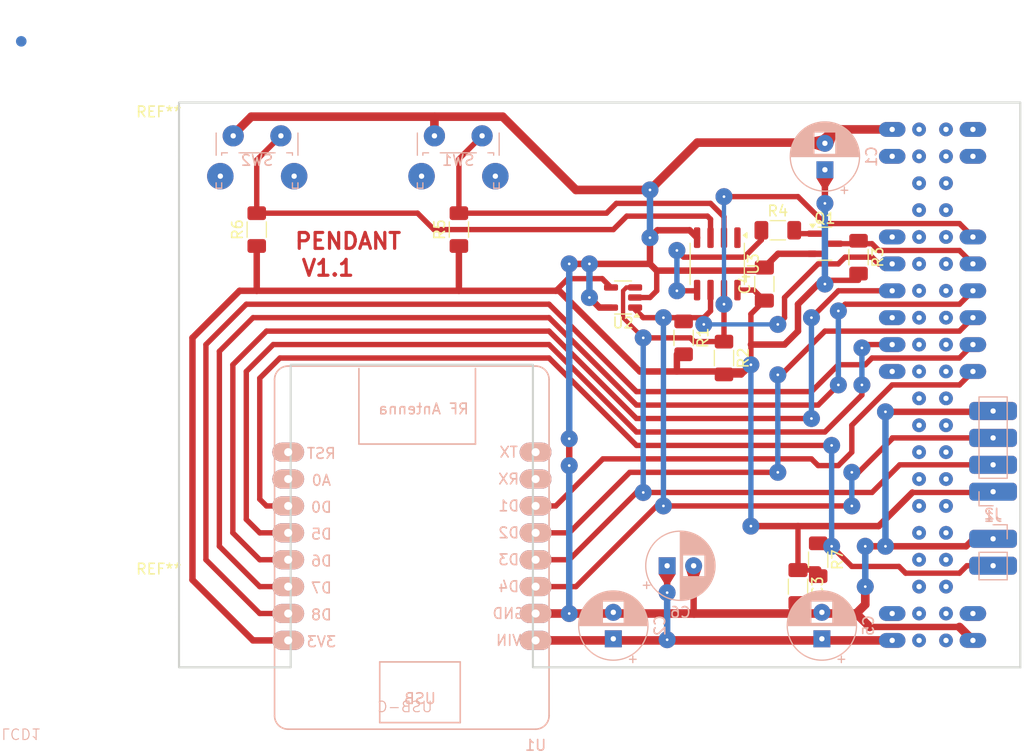
<source format=kicad_pcb>
(kicad_pcb (version 20240108) (generator "pcbnew") (generator_version "8.0")
  (layers (0 "F.Cu" jumper) (31 "B.Cu" signal) (34 "B.Paste" user) (36 "B.SilkS" user "B.Silkscreen") (37 "F.SilkS" user "F.Silkscreen") (38 "B.Mask" user) (44 "Edge.Cuts" user))
  (net 0 "")
  (net 6 "Net-(LCD1-LCD_CS)")
  (net 7 "Net-(LCD1-RST)")
  (net 8 "GNDD")
  (net 9 "Net-(LCD1-LCD_DC)")
  (net 10 "Net-(LCD1-LCD_CLK)")
  (net 11 "Net-(LCD1-LCD_SDO)")
  (net 12 "Net-(LCD1-LCD_SDI)")
  (net 13 "Net-(LCD1-LCD_BACKL)")
  (net 14 "Net-(Q1-G)")
  (net 16 "Net-(J2-Pin_2)")
  (net 17 "Net-(U3-IO3)")
  (net 18 "/VCC_3_3")
  (net 19 "/VIN")
  (net 20 "/SCL")
  (net 21 "/SDA")
  (net 22 "Net-(U3-IO2)")
  (net 24 "Net-(U3-IO1)")
  (footprint "Capacitor_SMD:C_1206_3216Metric_Pad1.33x1.80mm_HandSolder" (layer "F.Cu") (at 112.395 67.945 90)
    (property "Reference" "C4" (at 0 -1.85 90) (layer "F.SilkS"))
    (property "Value" "100n")
    (pad "1" smd roundrect (at -1.5625 0 90) (size 1.325 1.8) (layers "F.Cu" "F.Paste" "F.Mask") (roundrect_rratio 0.188679) (net 18 "/VCC_3_3"))
    (pad "2" smd roundrect (at 1.5625 0 90) (size 1.325 1.8) (layers "F.Cu" "F.Paste" "F.Mask") (roundrect_rratio 0.188679) (net 8 "GNDD"))
  )
  (footprint "Resistor_SMD:R_1206_3216Metric_Pad1.30x1.75mm_HandSolder" (layer "F.Cu") (at 117.475 93.98 -90)
    (property "Reference" "R7" (at 0 -1.82 90) (layer "F.SilkS"))
    (property "Value" "1k")
    (pad "1" smd roundrect (at -1.55 0 270) (size 1.3 1.75) (layers "F.Cu" "F.Paste" "F.Mask") (roundrect_rratio 0.192308) (net 16 "Net-(J2-Pin_2)"))
    (pad "2" smd roundrect (at 1.55 0 270) (size 1.3 1.75) (layers "F.Cu" "F.Paste" "F.Mask") (roundrect_rratio 0.192308) (net 18 "/VCC_3_3"))
  )
  (footprint "MountingHole:MountingHole_3.2mm_M3" (layer "F.Cu") (at 55.245 55.88)
    (property "Reference" "REF**" (at 0 -4.2 0) (layer "F.SilkS"))
    (property "Value" "MountingHole_3.2mm_M3")
    (pad "" np_thru_hole circle (at 0 0) (size 3.2 3.2) (drill 3.2) (layers "*.Cu" "*.Mask"))
  )
  (footprint "Resistor_SMD:R_1206_3216Metric_Pad1.30x1.75mm_HandSolder" (layer "F.Cu") (at 121.285 65.405 -90)
    (property "Reference" "R3" (at 0 -1.82 90) (layer "F.SilkS"))
    (property "Value" "1k")
    (pad "1" smd roundrect (at -1.55 0 270) (size 1.3 1.75) (layers "F.Cu" "F.Paste" "F.Mask") (roundrect_rratio 0.192308) (net 13 "Net-(LCD1-LCD_BACKL)"))
    (pad "2" smd roundrect (at 1.55 0 270) (size 1.3 1.75) (layers "F.Cu" "F.Paste" "F.Mask") (roundrect_rratio 0.192308) (net 18 "/VCC_3_3"))
  )
  (footprint "Package_SO:SOIC-8_3.9x4.9mm_P1.27mm" (layer "F.Cu") (at 107.95 66.04 -90)
    (property "Reference" "U3" (at 0 -3.4 90) (layer "F.SilkS"))
    (property "Value" "PCA9536D")
    (pad "1" smd roundrect (at -2.475 -1.905 270) (size 1.95 0.6) (layers "F.Cu" "F.Paste" "F.Mask"))
    (pad "2" smd roundrect (at -2.475 -0.635 270) (size 1.95 0.6) (layers "F.Cu" "F.Paste" "F.Mask") (net 24 "Net-(U3-IO1)"))
    (pad "3" smd roundrect (at -2.475 0.635 270) (size 1.95 0.6) (layers "F.Cu" "F.Paste" "F.Mask") (net 22 "Net-(U3-IO2)"))
    (pad "4" smd roundrect (at -2.475 1.905 270) (size 1.95 0.6) (layers "F.Cu" "F.Paste" "F.Mask") (net 8 "GNDD"))
    (pad "5" smd roundrect (at 2.475 1.905 270) (size 1.95 0.6) (layers "F.Cu" "F.Paste" "F.Mask") (net 17 "Net-(U3-IO3)"))
    (pad "6" smd roundrect (at 2.475 0.635 270) (size 1.95 0.6) (layers "F.Cu" "F.Paste" "F.Mask") (net 20 "/SCL"))
    (pad "7" smd roundrect (at 2.475 -0.635 270) (size 1.95 0.6) (layers "F.Cu" "F.Paste" "F.Mask") (net 21 "/SDA"))
    (pad "8" smd roundrect (at 2.475 -1.905 270) (size 1.95 0.6) (layers "F.Cu" "F.Paste" "F.Mask") (net 18 "/VCC_3_3"))
  )
  (footprint "Resistor_SMD:R_1206_3216Metric_Pad1.30x1.75mm_HandSolder" (layer "F.Cu") (at 113.665 62.865)
    (property "Reference" "R4" (at 0 -1.82 0) (layer "F.SilkS"))
    (property "Value" "180")
    (pad "1" smd roundrect (at -1.55 0) (size 1.3 1.75) (layers "F.Cu" "F.Paste" "F.Mask") (roundrect_rratio 0.192308) (net 17 "Net-(U3-IO3)"))
    (pad "2" smd roundrect (at 1.55 0) (size 1.3 1.75) (layers "F.Cu" "F.Paste" "F.Mask") (roundrect_rratio 0.192308) (net 14 "Net-(Q1-G)"))
  )
  (footprint "Capacitor_SMD:C_1206_3216Metric_Pad1.33x1.80mm_HandSolder" (layer "F.Cu") (at 115.57 96.52 -90)
    (property "Reference" "C3" (at 0 -1.85 90) (layer "F.SilkS"))
    (property "Value" "100n")
    (pad "1" smd roundrect (at -1.5625 0 270) (size 1.325 1.8) (layers "F.Cu" "F.Paste" "F.Mask") (roundrect_rratio 0.188679) (net 18 "/VCC_3_3"))
    (pad "2" smd roundrect (at 1.5625 0 270) (size 1.325 1.8) (layers "F.Cu" "F.Paste" "F.Mask") (roundrect_rratio 0.188679) (net 8 "GNDD"))
  )
  (footprint "Resistor_SMD:R_1206_3216Metric_Pad1.30x1.75mm_HandSolder" (layer "F.Cu") (at 83.566 62.8 90)
    (property "Reference" "R5" (at 0 -1.82 90) (layer "F.SilkS"))
    (property "Value" "1k")
    (pad "1" smd roundrect (at -1.55 0 90) (size 1.3 1.75) (layers "F.Cu" "F.Paste" "F.Mask") (roundrect_rratio 0.192308) (net 18 "/VCC_3_3"))
    (pad "2" smd roundrect (at 1.55 0 90) (size 1.3 1.75) (layers "F.Cu" "F.Paste" "F.Mask") (roundrect_rratio 0.192308) (net 24 "Net-(U3-IO1)"))
  )
  (footprint "Resistor_SMD:R_1206_3216Metric_Pad1.30x1.75mm_HandSolder" (layer "F.Cu") (at 108.585 74.93 -90)
    (property "Reference" "R2" (at 0 -1.82 90) (layer "F.SilkS"))
    (property "Value" "10k")
    (pad "1" smd roundrect (at -1.55 0 270) (size 1.3 1.75) (layers "F.Cu" "F.Paste" "F.Mask") (roundrect_rratio 0.192308) (net 21 "/SDA"))
    (pad "2" smd roundrect (at 1.55 0 270) (size 1.3 1.75) (layers "F.Cu" "F.Paste" "F.Mask") (roundrect_rratio 0.192308) (net 18 "/VCC_3_3"))
  )
  (footprint "Resistor_SMD:R_1206_3216Metric_Pad1.30x1.75mm_HandSolder" (layer "F.Cu") (at 104.775 73.025 -90)
    (property "Reference" "R1" (at 0 -1.82 90) (layer "F.SilkS"))
    (property "Value" "10k")
    (pad "1" smd roundrect (at -1.55 0 270) (size 1.3 1.75) (layers "F.Cu" "F.Paste" "F.Mask") (roundrect_rratio 0.192308) (net 20 "/SCL"))
    (pad "2" smd roundrect (at 1.55 0 270) (size 1.3 1.75) (layers "F.Cu" "F.Paste" "F.Mask") (roundrect_rratio 0.192308) (net 18 "/VCC_3_3"))
  )
  (footprint "Resistor_SMD:R_1206_3216Metric_Pad1.30x1.75mm_HandSolder" (layer "F.Cu") (at 64.485 62.8 90)
    (property "Reference" "R6" (at 0 -1.82 90) (layer "F.SilkS"))
    (property "Value" "1k")
    (pad "1" smd roundrect (at -1.55 0 90) (size 1.3 1.75) (layers "F.Cu" "F.Paste" "F.Mask") (roundrect_rratio 0.192308) (net 18 "/VCC_3_3"))
    (pad "2" smd roundrect (at 1.55 0 90) (size 1.3 1.75) (layers "F.Cu" "F.Paste" "F.Mask") (roundrect_rratio 0.192308) (net 22 "Net-(U3-IO2)"))
  )
  (footprint "MountingHole:MountingHole_3.2mm_M3" (layer "F.Cu") (at 55.245 99.06)
    (property "Reference" "REF**" (at 0 -4.2 0) (layer "F.SilkS"))
    (property "Value" "MountingHole_3.2mm_M3")
    (pad "" np_thru_hole circle (at 0 0) (size 3.2 3.2) (drill 3.2) (layers "*.Cu" "*.Mask"))
  )
  (footprint "Package_TO_SOT_SMD:SOT-23-5" (layer "F.Cu") (at 99.06 69.215 180)
    (property "Reference" "U2" (at 0 -2.4 0) (layer "F.SilkS"))
    (property "Value" "24AA02-OT")
    (pad "1" smd roundrect (at -1.1375 -0.95 180) (size 1.325 0.6) (layers "F.Cu" "F.Paste" "F.Mask") (net 20 "/SCL"))
    (pad "2" smd roundrect (at -1.1375 0 180) (size 1.325 0.6) (layers "F.Cu" "F.Paste" "F.Mask") (net 8 "GNDD"))
    (pad "3" smd roundrect (at -1.1375 0.95 180) (size 1.325 0.6) (layers "F.Cu" "F.Paste" "F.Mask") (net 21 "/SDA"))
    (pad "4" smd roundrect (at 1.1375 0.95 180) (size 1.325 0.6) (layers "F.Cu" "F.Paste" "F.Mask") (net 18 "/VCC_3_3"))
    (pad "5" smd roundrect (at 1.1375 -0.95 180) (size 1.325 0.6) (layers "F.Cu" "F.Paste" "F.Mask") (net 8 "GNDD"))
  )
  (footprint "Package_TO_SOT_SMD:SOT-23" (layer "F.Cu") (at 118.11 64.135)
    (property "Reference" "Q1" (at 0 -2.4 0) (layer "F.SilkS"))
    (property "Value" "DMN3051L")
    (pad "1" smd roundrect (at -0.9375 -0.95) (size 1.475 0.6) (layers "F.Cu" "F.Paste" "F.Mask") (net 14 "Net-(Q1-G)"))
    (pad "2" smd roundrect (at -0.9375 0.95) (size 1.475 0.6) (layers "F.Cu" "F.Paste" "F.Mask") (net 8 "GNDD"))
    (pad "3" smd roundrect (at 0.9375 0) (size 1.475 0.6) (layers "F.Cu" "F.Paste" "F.Mask") (net 13 "Net-(LCD1-LCD_BACKL)"))
  )
  (footprint "Capacitor_THT:CP_Radial_D6.3mm_P2.50mm" (layer "B.Cu") (at 98.14 101.44738 90)
    (property "Reference" "C2" (at 1.25 4.4 90) (layer "B.SilkS") (effects (justify mirror)))
    (property "Value" "100uF")
    (pad "1" thru_hole rect (at 0 0 90) (size 1.6 1.6) (drill 0.5) (layers "*.Cu" "*.Mask") (net 19 "/VIN"))
    (pad "2" thru_hole circle (at 2.5 0 90) (size 1.6 1.6) (drill 0.5) (layers "*.Cu" "*.Mask") (net 8 "GNDD"))
  )
  (footprint "Capacitor_THT:CP_Radial_D6.3mm_P2.50mm" (layer "B.Cu") (at 118.11 57.15 90)
    (property "Reference" "C1" (at 1.25 4.4 90) (layer "B.SilkS") (effects (justify mirror)))
    (property "Value" "100uF")
    (pad "1" thru_hole rect (at 0 0 90) (size 1.6 1.6) (drill 0.5) (layers "*.Cu" "*.Mask") (net 18 "/VCC_3_3"))
    (pad "2" thru_hole circle (at 2.5 0 90) (size 1.6 1.6) (drill 0.5) (layers "*.Cu" "*.Mask") (net 8 "GNDD"))
  )
  (footprint "Capacitor_THT:CP_Radial_D6.3mm_P2.50mm" (layer "B.Cu") (at 103.22 94.55)
    (property "Reference" "C6" (at 1.25 4.4 360) (layer "B.SilkS") (effects (justify mirror)))
    (property "Value" "100uF")
    (pad "1" thru_hole rect (at 0 0) (size 1.6 1.6) (drill 0.5) (layers "*.Cu" "*.Mask") (net 19 "/VIN"))
    (pad "2" thru_hole circle (at 2.5 0) (size 1.6 1.6) (drill 0.5) (layers "*.Cu" "*.Mask") (net 8 "GNDD"))
  )
  (footprint "pendant:NodeMCU_D1_Mini" (layer "B.Cu") (at 90.805 83.82 180)
    (property "Reference" "U1" (at 0 -27.686 0) (layer "B.SilkS") (effects (justify mirror)))
    (property "Value" "~")
    (fp_text user "D7" (at 20.221919 -12.823405 0) (layer "B.SilkS") (effects (justify mirror)))
    (fp_text user "A0" (at 20.221919 -2.663405 0) (layer "B.SilkS") (effects (justify mirror)))
    (fp_text user "USB" (at 10.912 -23.272 0) (layer "B.SilkS") (effects (justify mirror)))
    (fp_text user "GND" (at 2.54 -15.24 0) (layer "B.SilkS") (effects (justify mirror)))
    (fp_text user "RST" (at 20.221919 -0.123405 0) (layer "B.SilkS") (effects (justify mirror)))
    (fp_text user "D2" (at 2.54 -7.62 0) (layer "B.SilkS") (effects (justify mirror)))
    (fp_text user "D4" (at 2.54 -12.7 0) (layer "B.SilkS") (effects (justify mirror)))
    (fp_text user "3V3" (at 20.221919 -17.903405 0) (layer "B.SilkS") (effects (justify mirror)))
    (fp_text user "D6" (at 20.221919 -10.283405 0) (layer "B.SilkS") (effects (justify mirror)))
    (fp_text user "D3" (at 2.54 -10.16 0) (layer "B.SilkS") (effects (justify mirror)))
    (fp_text user "D0" (at 20.221919 -5.203405 0) (layer "B.SilkS") (effects (justify mirror)))
    (fp_text user "VIN" (at 2.54 -17.78 0) (layer "B.SilkS") (effects (justify mirror)))
    (fp_text user "USB-C" (at 9.652 -24.638 0) (layer "B.SilkS") (effects (font (thickness 0.1)) (justify left bottom mirror)))
    (fp_text user "TX" (at 2.54 0 0) (layer "B.SilkS") (effects (justify mirror)))
    (fp_text user "D5" (at 20.221919 -7.743405 0) (layer "B.SilkS") (effects (justify mirror)))
    (fp_text user "D1" (at 2.54 -5.08 0) (layer "B.SilkS") (effects (justify mirror)))
    (fp_text user "RX" (at 2.54 -2.54 0) (layer "B.SilkS") (effects (justify mirror)))
    (fp_text user "RF Antenna" (at 10.58 4.082 0) (layer "B.SilkS") (effects (justify mirror)))
    (fp_text user "D8" (at 20.221919 -15.363405 0) (layer "B.SilkS") (effects (justify mirror)))
    (pad "2" thru_hole oval (at 0 -15.24 180) (size 3 1.8) (drill 0.762) (layers "*.Cu" "*.Mask" "B.SilkS") (net 8 "GNDD"))
    (pad "3" thru_hole oval (at 0 0 180) (size 3 1.8) (drill 0.762) (layers "*.Cu" "*.Mask" "B.SilkS"))
    (pad "4" thru_hole oval (at 0 -2.54 180) (size 3 1.8) (drill 0.762) (layers "*.Cu" "*.Mask" "B.SilkS"))
    (pad "5" thru_hole oval (at 23.35 -15.24 180) (size 3 1.8) (drill 0.762) (layers "*.Cu" "*.Mask" "B.SilkS") (net 6 "Net-(LCD1-LCD_CS)"))
    (pad "6" thru_hole oval (at 23.35 -12.7 180) (size 3 1.8) (drill 0.762) (layers "*.Cu" "*.Mask" "B.SilkS") (net 12 "Net-(LCD1-LCD_SDI)"))
    (pad "7" thru_hole oval (at 23.35 -10.16 180) (size 3 1.8) (drill 0.762) (layers "*.Cu" "*.Mask" "B.SilkS") (net 11 "Net-(LCD1-LCD_SDO)"))
    (pad "8" thru_hole oval (at 23.35 -7.62 180) (size 3 1.8) (drill 0.762) (layers "*.Cu" "*.Mask" "B.SilkS") (net 10 "Net-(LCD1-LCD_CLK)"))
    (pad "11" thru_hole oval (at 0 -12.7 180) (size 3 1.8) (drill 0.762) (layers "*.Cu" "*.Mask" "B.SilkS") (net 20 "/SCL"))
    (pad "12" thru_hole oval (at 0 -10.16 180) (size 3 1.8) (drill 0.762) (layers "*.Cu" "*.Mask" "B.SilkS") (net 21 "/SDA"))
    (pad "13" thru_hole oval (at 0 -7.62 180) (size 3 1.8) (drill 0.762) (layers "*.Cu" "*.Mask" "B.SilkS") (net 9 "Net-(LCD1-LCD_DC)"))
    (pad "14" thru_hole oval (at 0 -5.08 180) (size 3 1.8) (drill 0.762) (layers "*.Cu" "*.Mask" "B.SilkS") (net 7 "Net-(LCD1-RST)"))
    (pad "15" thru_hole oval (at 23.35 -5.08 180) (size 3 1.8) (drill 0.762) (layers "*.Cu" "*.Mask" "B.SilkS") (net 16 "Net-(J2-Pin_2)"))
    (pad "16" thru_hole oval (at 23.35 -2.54 180) (size 3 1.8) (drill 0.762) (layers "*.Cu" "*.Mask" "B.SilkS"))
    (pad "26" thru_hole oval (at 23.35 -17.78 180) (size 3 1.8) (drill 0.762) (layers "*.Cu" "*.Mask" "B.SilkS") (net 18 "/VCC_3_3"))
    (pad "28" thru_hole oval (at 23.35 0 180) (size 3 1.8) (drill 0.762) (layers "*.Cu" "*.Mask" "B.SilkS"))
    (pad "30" thru_hole oval (at 0 -17.78 180) (size 3 1.8) (drill 0.762) (layers "*.Cu" "*.Mask" "B.SilkS") (net 19 "/VIN"))
  )
  (footprint "Connector_PinHeader_2.54mm:PinHeader_1x04_P2.54mm_Vertical" (layer "B.Cu") (at 133.985 87.555)
    (property "Reference" "J1" (at 0 2.33 0) (layer "B.SilkS") (effects (justify mirror)))
    (property "Value" "AS5600")
    (pad "1" thru_hole roundrect (at 0 0) (size 4.5 1.7) (drill 0.5) (layers "*.Cu" "*.Mask") (net 18 "/VCC_3_3"))
    (pad "2" thru_hole roundrect (at 0 -2.54) (size 4.5 1.7) (drill 0.5) (layers "*.Cu" "*.Mask") (net 21 "/SDA"))
    (pad "3" thru_hole roundrect (at 0 -5.08) (size 4.5 1.7) (drill 0.5) (layers "*.Cu" "*.Mask") (net 20 "/SCL"))
    (pad "4" thru_hole roundrect (at 0 -7.62) (size 4.5 1.7) (drill 0.5) (layers "*.Cu" "B.Paste" "B.Mask") (net 8 "GNDD"))
  )
  (footprint "pendant:SW_Tactile_SPST_Angled_PTS645Vx39-2LFS" (layer "B.Cu") (at 85.756112 54.58012 180)
    (property "Reference" "SW1" (at 2.25 -1.68 0) (layer "B.SilkS") (effects (justify mirror)))
    (property "Value" "SW_Push")
    (pad "" thru_hole circle (at -1.25 -3.175 180) (size 2.5 2.5) (drill 0.5) (layers "*.Cu" "*.Mask"))
    (pad "" thru_hole circle (at 5.715 -3.175 180) (size 2.5 2.5) (drill 0.5) (layers "*.Cu" "*.Mask"))
    (pad "1" thru_hole circle (at 0 0.635 180) (size 2 2) (drill 0.5) (layers "*.Cu" "*.Mask") (net 24 "Net-(U3-IO1)"))
    (pad "2" thru_hole circle (at 4.5 0.635 180) (size 2 2) (drill 0.5) (layers "*.Cu" "*.Mask") (net 8 "GNDD"))
  )
  (footprint "pendant:SW_Tactile_SPST_Angled_PTS645Vx39-2LFS" (layer "B.Cu") (at 66.76507 54.58012 180)
    (property "Reference" "SW2" (at 2.25 -1.68 0) (layer "B.SilkS") (effects (justify mirror)))
    (property "Value" "SW_Push")
    (pad "" thru_hole circle (at -1.25 -3.175 180) (size 2.5 2.5) (drill 0.5) (layers "*.Cu" "*.Mask"))
    (pad "" thru_hole circle (at 5.715 -3.175 180) (size 2.5 2.5) (drill 0.5) (layers "*.Cu" "*.Mask"))
    (pad "1" thru_hole circle (at 0 0.635 180) (size 2 2) (drill 0.5) (layers "*.Cu" "*.Mask") (net 22 "Net-(U3-IO2)"))
    (pad "2" thru_hole circle (at 4.5 0.635 180) (size 2 2) (drill 0.5) (layers "*.Cu" "*.Mask") (net 8 "GNDD"))
  )
  (footprint "Connector_PinHeader_2.54mm:PinHeader_1x02_P2.54mm_Vertical" (layer "B.Cu") (at 133.985 92.005 180)
    (property "Reference" "J2" (at 0 2.33 0) (layer "B.SilkS") (effects (justify mirror)))
    (property "Value" "Btn")
    (pad "1" thru_hole roundrect (at 0 0 180) (size 4.5 1.7) (drill 0.5) (layers "*.Cu" "*.Mask") (net 8 "GNDD"))
    (pad "2" thru_hole roundrect (at 0 -2.54 180) (size 4.5 1.7) (drill 0.5) (layers "*.Cu" "*.Mask") (net 16 "Net-(J2-Pin_2)"))
  )
  (footprint "Capacitor_THT:CP_Radial_D6.3mm_P2.50mm" (layer "B.Cu") (at 117.825 101.447379 90)
    (property "Reference" "C5" (at 1.25 4.4 90) (layer "B.SilkS") (effects (justify mirror)))
    (property "Value" "100uF")
    (pad "1" thru_hole rect (at 0 0 90) (size 1.6 1.6) (drill 0.5) (layers "*.Cu" "*.Mask") (net 19 "/VIN"))
    (pad "2" thru_hole circle (at 2.5 0 90) (size 1.6 1.6) (drill 0.5) (layers "*.Cu" "*.Mask") (net 8 "GNDD"))
  )
  (footprint "pendant:LCD" (layer "B.Cu") (at 42.26 109.92)
    (property "Reference" "LCD1" (at 0 0.5 180) (layer "B.SilkS") (effects (font (thickness 0.1)) (justify mirror)))
    (property "Value" "~")
    (pad "" thru_hole oval (at 84.74 -56.58) (size 1.3 1.3) (drill 0.5) (layers "*.Cu" "*.Mask"))
    (pad "" thru_hole oval (at 84.74 -54.04) (size 1.3 1.3) (drill 0.5) (layers "*.Cu" "*.Mask"))
    (pad "" thru_hole oval (at 84.74 -51.5) (size 1.3 1.3) (drill 0.5) (layers "*.Cu" "*.Mask"))
    (pad "" thru_hole oval (at 84.74 -48.96) (size 1.3 1.3) (drill 0.5) (layers "*.Cu" "*.Mask"))
    (pad "" thru_hole oval (at 84.74 -46.42) (size 1.3 1.3) (drill 0.5) (layers "*.Cu" "*.Mask"))
    (pad "" thru_hole oval (at 84.74 -43.88) (size 1.3 1.3) (drill 0.5) (layers "*.Cu" "*.Mask"))
    (pad "" thru_hole oval (at 84.74 -41.34) (size 1.3 1.3) (drill 0.5) (layers "*.Cu" "*.Mask"))
    (pad "" thru_hole oval (at 84.74 -38.8) (size 1.3 1.3) (drill 0.5) (layers "*.Cu" "*.Mask"))
    (pad "" thru_hole oval (at 84.74 -36.26) (size 1.3 1.3) (drill 0.5) (layers "*.Cu" "*.Mask"))
    (pad "" thru_hole oval (at 84.74 -33.72) (size 1.3 1.3) (drill 0.5) (layers "*.Cu" "*.Mask"))
    (pad "" thru_hole oval (at 84.74 -31.18) (size 1.3 1.3) (drill 0.5) (layers "*.Cu" "*.Mask"))
    (pad "" thru_hole oval (at 84.74 -28.64) (size 1.3 1.3) (drill 0.5) (layers "*.Cu" "*.Mask"))
    (pad "" thru_hole oval (at 84.74 -26.1) (size 1.3 1.3) (drill 0.5) (layers "*.Cu" "*.Mask"))
    (pad "" thru_hole oval (at 84.74 -23.56) (size 1.3 1.3) (drill 0.5) (layers "*.Cu" "*.Mask"))
    (pad "" thru_hole oval (at 84.74 -21.02) (size 1.3 1.3) (drill 0.5) (layers "*.Cu" "*.Mask"))
    (pad "" thru_hole oval (at 84.74 -18.48) (size 1.3 1.3) (drill 0.5) (layers "*.Cu" "*.Mask"))
    (pad "" thru_hole oval (at 84.74 -15.94) (size 1.3 1.3) (drill 0.5) (layers "*.Cu" "*.Mask"))
    (pad "" thru_hole oval (at 84.74 -13.4) (size 1.3 1.3) (drill 0.5) (layers "*.Cu" "*.Mask"))
    (pad "" thru_hole oval (at 84.74 -10.86) (size 1.3 1.3) (drill 0.5) (layers "*.Cu" "*.Mask"))
    (pad "" thru_hole oval (at 84.74 -8.32) (size 1.3 1.3) (drill 0.5) (layers "*.Cu" "*.Mask"))
    (pad "" thru_hole oval (at 87.28 -56.58) (size 1.3 1.3) (drill 0.5) (layers "*.Cu" "*.Mask"))
    (pad "" thru_hole oval (at 87.28 -54.04) (size 1.3 1.3) (drill 0.5) (layers "*.Cu" "*.Mask"))
    (pad "" thru_hole oval (at 87.28 -51.5) (size 1.3 1.3) (drill 0.5) (layers "*.Cu" "*.Mask"))
    (pad "" thru_hole oval (at 87.28 -48.96) (size 1.3 1.3) (drill 0.5) (layers "*.Cu" "*.Mask"))
    (pad "" thru_hole oval (at 87.28 -46.42) (size 1.3 1.3) (drill 0.5) (layers "*.Cu" "*.Mask"))
    (pad "" thru_hole oval (at 87.28 -43.88) (size 1.3 1.3) (drill 0.5) (layers "*.Cu" "*.Mask"))
    (pad "" thru_hole oval (at 87.28 -41.34) (size 1.3 1.3) (drill 0.5) (layers "*.Cu" "*.Mask"))
    (pad "" thru_hole oval (at 87.28 -38.8) (size 1.3 1.3) (drill 0.5) (layers "*.Cu" "*.Mask"))
    (pad "" thru_hole oval (at 87.28 -36.26) (size 1.3 1.3) (drill 0.5) (layers "*.Cu" "*.Mask"))
    (pad "" thru_hole oval (at 87.28 -33.72) (size 1.3 1.3) (drill 0.5) (layers "*.Cu" "*.Mask"))
    (pad "" thru_hole oval (at 87.28 -31.18) (size 1.3 1.3) (drill 0.5) (layers "*.Cu" "*.Mask"))
    (pad "" thru_hole oval (at 87.28 -28.64) (size 1.3 1.3) (drill 0.5) (layers "*.Cu" "*.Mask"))
    (pad "" thru_hole oval (at 87.28 -26.1) (size 1.3 1.3) (drill 0.5) (layers "*.Cu" "*.Mask"))
    (pad "" thru_hole oval (at 87.28 -23.56) (size 1.3 1.3) (drill 0.5) (layers "*.Cu" "*.Mask"))
    (pad "" thru_hole oval (at 87.28 -21.02) (size 1.3 1.3) (drill 0.5) (layers "*.Cu" "*.Mask"))
    (pad "" thru_hole oval (at 87.28 -18.48) (size 1.3 1.3) (drill 0.5) (layers "*.Cu" "*.Mask"))
    (pad "" thru_hole oval (at 87.28 -15.94) (size 1.3 1.3) (drill 0.5) (layers "*.Cu" "*.Mask"))
    (pad "" thru_hole oval (at 87.28 -13.4) (size 1.3 1.3) (drill 0.5) (layers "*.Cu" "*.Mask"))
    (pad "" thru_hole oval (at 87.28 -10.86) (size 1.3 1.3) (drill 0.5) (layers "*.Cu" "*.Mask"))
    (pad "" thru_hole oval (at 87.28 -8.32) (size 1.3 1.3) (drill 0.5) (layers "*.Cu" "*.Mask"))
    (pad "1" thru_hole oval (at 89.82 -8.32) (size 2.5 1.4) (drill 0.5) (layers "*.Cu" "*.Mask") (net 8 "GNDD"))
    (pad "2" thru_hole oval (at 82.2 -8.32) (size 2.5 1.4) (drill 0.5) (layers "*.Cu" "*.Mask") (net 19 "/VIN"))
    (pad "3" thru_hole oval (at 89.82 -10.86) (size 2.5 1.4) (drill 0.5) (layers "*.Cu" "*.Mask"))
    (pad "4" thru_hole oval (at 82.2 -10.86) (size 2.5 1.4) (drill 0.5) (layers "*.Cu" "*.Mask"))
    (pad "5" smd circle (at 0 -64.9) (size 1 1) (layers "B.Cu" "B.Paste" "B.Mask"))
    (pad "21" thru_hole oval (at 89.82 -33.72) (size 2.5 1.4) (drill 0.5) (layers "*.Cu" "*.Mask") (net 7 "Net-(LCD1-RST)"))
    (pad "22" thru_hole oval (at 82.2 -33.72) (size 2.5 1.4) (drill 0.5) (layers "*.Cu" "*.Mask"))
    (pad "23" thru_hole oval (at 89.82 -36.26) (size 2.5 1.4) (drill 0.5) (layers "*.Cu" "*.Mask") (net 6 "Net-(LCD1-LCD_CS)"))
    (pad "24" thru_hole oval (at 82.2 -36.26) (size 2.5 1.4) (drill 0.5) (layers "*.Cu" "*.Mask") (net 10 "Net-(LCD1-LCD_CLK)"))
    (pad "25" thru_hole oval (at 89.82 -38.8) (size 2.5 1.4) (drill 0.5) (layers "*.Cu" "*.Mask") (net 9 "Net-(LCD1-LCD_DC)"))
    (pad "26" thru_hole oval (at 82.2 -38.8) (size 2.5 1.4) (drill 0.5) (layers "*.Cu" "*.Mask"))
    (pad "27" thru_hole oval (at 89.82 -41.34) (size 2.5 1.4) (drill 0.5) (layers "*.Cu" "*.Mask") (net 12 "Net-(LCD1-LCD_SDI)"))
    (pad "28" thru_hole oval (at 82.2 -41.34) (size 2.5 1.4) (drill 0.5) (layers "*.Cu" "*.Mask") (net 11 "Net-(LCD1-LCD_SDO)"))
    (pad "29" thru_hole oval (at 89.82 -43.88) (size 2.5 1.4) (drill 0.5) (layers "*.Cu" "*.Mask") (net 13 "Net-(LCD1-LCD_BACKL)"))
    (pad "30" thru_hole oval (at 82.2 -43.88) (size 2.5 1.4) (drill 0.5) (layers "*.Cu" "*.Mask") (net 20 "/SCL"))
    (pad "31" thru_hole oval (at 89.82 -46.42) (size 2.5 1.4) (drill 0.5) (layers "*.Cu" "*.Mask") (net 21 "/SDA"))
    (pad "32" thru_hole oval (at 82.2 -46.42) (size 2.5 1.4) (drill 0.5) (layers "*.Cu" "*.Mask"))
    (pad "37" thru_hole oval (at 89.82 -54.04) (size 2.5 1.4) (drill 0.5) (layers "*.Cu" "*.Mask"))
    (pad "38" thru_hole oval (at 82.2 -54.04) (size 2.5 1.4) (drill 0.5) (layers "*.Cu" "*.Mask"))
    (pad "39" thru_hole oval (at 89.82 -56.58) (size 2.5 1.4) (drill 0.5) (layers "*.Cu" "*.Mask"))
    (pad "40" thru_hole oval (at 82.2 -56.58) (size 2.5 1.4) (drill 0.5) (layers "*.Cu" "*.Mask") (net 8 "GNDD"))
  )
  (gr_poly (pts (xy 57.15 50.8) (xy 57.15 104.14) (xy 67.691 104.14) (xy 67.691 75.565) (xy 90.551 75.565) (xy 90.551 104.14) (xy 136.5504 104.14) (xy 136.5504 50.8)) (stroke (width 0.2)) (fill none) (layer "Edge.Cuts"))
  (gr_text "PENDANT" (at 67.945 64.77 0) (layer "F.Cu") (effects (font (size 1.5 1.5) (thickness 0.3) (bold yes)) (justify left bottom)))
  (gr_text "V1.1" (at 68.58 67.31 -0) (layer "F.Cu") (effects (font (size 1.5 1.5) (thickness 0.3) (bold yes)) (justify left bottom)))
  (segment (start 130.81 74.93) (end 132.08 73.66) (width 0.508) (layer "F.Cu") (net 6))
  (segment (start 119.38 75.565) (end 121.92 75.565) (width 0.508) (layer "F.Cu") (net 6))
  (segment (start 92.075 69.85) (end 100.33 78.105) (width 0.508) (layer "F.Cu") (net 6))
  (segment (start 67.455 99.06) (end 64.77 99.06) (width 0.508) (layer "F.Cu") (net 6))
  (segment (start 63.5 69.85) (end 92.075 69.85) (width 0.508) (layer "F.Cu") (net 6))
  (segment (start 122.555 74.93) (end 130.81 74.93) (width 0.508) (layer "F.Cu") (net 6))
  (segment (start 116.84 78.105) (end 119.38 75.565) (width 0.508) (layer "F.Cu") (net 6))
  (segment (start 100.33 78.105) (end 116.84 78.105) (width 0.508) (layer "F.Cu") (net 6))
  (segment (start 64.77 99.06) (end 59.69 93.98) (width 0.508) (layer "F.Cu") (net 6))
  (segment (start 59.69 73.66) (end 63.5 69.85) (width 0.508) (layer "F.Cu") (net 6))
  (segment (start 59.69 93.98) (end 59.69 73.66) (width 0.508) (layer "F.Cu") (net 6))
  (segment (start 121.92 75.565) (end 122.555 74.93) (width 0.508) (layer "F.Cu") (net 6))
  (segment (start 119.38 85.09) (end 120.65 83.82) (width 0.508) (layer "F.Cu") (net 7))
  (segment (start 120.65 83.82) (end 120.65 81.28) (width 0.508) (layer "F.Cu") (net 7))
  (segment (start 130.81 77.47) (end 132.08 76.2) (width 0.508) (layer "F.Cu") (net 7))
  (segment (start 117.475 85.09) (end 119.38 85.09) (width 0.508) (layer "F.Cu") (net 7))
  (segment (start 120.65 81.28) (end 124.46 77.47) (width 0.508) (layer "F.Cu") (net 7))
  (segment (start 124.46 77.47) (end 130.81 77.47) (width 0.508) (layer "F.Cu") (net 7))
  (segment (start 90.805 88.9) (end 92.71 88.9) (width 0.508) (layer "F.Cu") (net 7))
  (segment (start 116.84 84.455) (end 117.475 85.09) (width 0.508) (layer "F.Cu") (net 7))
  (segment (start 97.155 84.455) (end 116.84 84.455) (width 0.508) (layer "F.Cu") (net 7))
  (segment (start 92.71 88.9) (end 97.155 84.455) (width 0.508) (layer "F.Cu") (net 7))
  (segment (start 97.9225 70.165) (end 96.835 70.165) (width 0.6096) (layer "F.Cu") (net 8))
  (segment (start 123.825 80.01) (end 133.91 80.01) (width 0.6096) (layer "F.Cu") (net 8))
  (segment (start 115.57 98.0825) (end 115.57 99.06) (width 0.6096) (layer "F.Cu") (net 8))
  (segment (start 102.3 62.865) (end 105.345 62.865) (width 0.6096) (layer "F.Cu") (net 8))
  (segment (start 87.695 52.135) (end 94.615 59.055) (width 0.8128) (layer "F.Cu") (net 8))
  (segment (start 96.835 70.165) (end 95.885 69.215) (width 0.6096) (layer "F.Cu") (net 8))
  (segment (start 101.6 63.565) (end 102.3 62.865) (width 0.6096) (layer "F.Cu") (net 8))
  (segment (start 115.57 99.06) (end 121.065 99.06) (width 0.8128) (layer "F.Cu") (net 8))
  (segment (start 95.885 66.04) (end 101.6 66.04) (width 0.6096) (layer "F.Cu") (net 8))
  (segment (start 117.825 54.585) (end 106.07 54.585) (width 0.8128) (layer "F.Cu") (net 8))
  (segment (start 102.235 68.58) (end 101.6 69.215) (width 0.508) (layer "F.Cu") (net 8))
  (segment (start 81.256112 52.158888) (end 81.28 52.135) (width 0.6096) (layer "F.Cu") (net 8))
  (segment (start 63.972502 52.135) (end 62.213726 53.893776) (width 0.8128) (layer "F.Cu") (net 8))
  (segment (start 81.256112 53.94512) (end 81.256112 52.158888) (width 0.8128) (layer "F.Cu") (net 8))
  (segment (start 101.6 69.215) (end 100.1975 69.215) (width 0.508) (layer "F.Cu") (net 8))
  (segment (start 112.347379 66.675) (end 102.235 66.675) (width 0.6096) (layer "F.Cu") (net 8))
  (segment (start 95.885 66.04) (end 93.98 66.04) (width 0.6096) (layer "F.Cu") (net 8))
  (segment (start 123.825 92.71) (end 131.445 92.71) (width 0.6096) (layer "F.Cu") (net 8))
  (segment (start 121.92 98.205) (end 121.065 99.06) (width 0.8128) (layer "F.Cu") (net 8))
  (segment (start 102.235 68.58) (end 102.235 66.675) (width 0.508) (layer "F.Cu") (net 8))
  (segment (start 105.72 94.55) (end 105.72 99.02) (width 0.6096) (layer "F.Cu") (net 8))
  (segment (start 87.695 52.135) (end 81.28 52.135) (width 0.8128) (layer "F.Cu") (net 8))
  (segment (start 124.46 53.34) (end 119.07 53.34) (width 0.8128) (layer "F.Cu") (net 8))
  (segment (start 123.825 92.71) (end 121.92 92.71) (width 0.6096) (layer "F.Cu") (net 8))
  (segment (start 90.805 99.06) (end 93.98 99.06) (width 0.8128) (layer "F.Cu") (net 8))
  (segment (start 102.235 66.675) (end 101.6 66.04) (width 0.6096) (layer "F.Cu") (net 8))
  (segment (start 93.98 82.55) (end 93.98 85.09) (width 0.6096) (layer "F.Cu") (net 8))
  (segment (start 101.6 63.565) (end 101.6 66.04) (width 0.6096) (layer "F.Cu") (net 8))
  (segment (start 106.07 54.585) (end 101.6 59.055) (width 0.8128) (layer "F.Cu") (net 8))
  (segment (start 132.08 101.6) (end 130.81 100.33) (width 0.8128) (layer "F.Cu") (net 8))
  (segment (start 117.1725 65.085) (end 113.6925 65.085) (width 0.6096) (layer "F.Cu") (net 8))
  (segment (start 101.6 59.055) (end 94.615 59.055) (width 0.8128) (layer "F.Cu") (net 8))
  (segment (start 105.72 99.02) (end 105.76 99.06) (width 0.6096) (layer "F.Cu") (net 8))
  (segment (start 105.76 99.06) (end 115.57 99.06) (width 0.8128) (layer "F.Cu") (net 8))
  (segment (start 130.81 100.33) (end 122.335 100.33) (width 0.6096) (layer "F.Cu") (net 8))
  (segment (start 119.07 53.34) (end 117.825 54.585) (width 0.8128) (layer "F.Cu") (net 8))
  (segment (start 121.92 96.52) (end 121.92 98.205) (width 0.8128) (layer "F.Cu") (net 8))
  (segment (start 81.28 52.135) (end 63.972502 52.135) (width 0.8128) (layer "F.Cu") (net 8))
  (segment (start 105.345 62.865) (end 106.045 63.565) (width 0.6096) (layer "F.Cu") (net 8))
  (segment (start 122.335 100.33) (end 121.065 99.06) (width 0.8128) (layer "F.Cu") (net 8))
  (segment (start 93.98 99.06) (end 105.76 99.06) (width 0.8128) (layer "F.Cu") (net 8))
  (segment (start 113.6925 65.085) (end 112.395 66.3825) (width 0.6096) (layer "F.Cu") (net 8))
  (segment (start 131.445 92.71) (end 132.15 92.005) (width 0.6096) (layer "F.Cu") (net 8))
  (via (at 95.885 66.04) (size 1.6002) (drill 0.254) (layers "F.Cu" "B.Cu") (net 8))
  (via (at 93.98 66.04) (size 1.6002) (drill 0.254) (layers "F.Cu" "B.Cu") (net 8))
  (via (at 101.6 59.055) (size 1.6002) (drill 0.254) (layers "F.Cu" "B.Cu") (net 8))
  (via (at 95.885 69.215) (size 1.6002) (drill 0.254) (layers "F.Cu" "B.Cu") (net 8))
  (via (at 121.92 92.71) (size 1.6002) (drill 0.254) (layers "F.Cu" "B.Cu") (net 8))
  (via (at 121.92 96.52) (size 1.6002) (drill 0.254) (layers "F.Cu" "B.Cu") (net 8))
  (via (at 93.98 82.55) (size 1.6002) (drill 0.254) (layers "F.Cu" "B.Cu") (net 8))
  (via (at 93.98 85.09) (size 1.6002) (drill 0.254) (layers "F.Cu" "B.Cu") (net 8))
  (via (at 101.6 63.565) (size 1.6002) (drill 0.254) (layers "F.Cu" "B.Cu") (net 8))
  (via (at 123.825 80.01) (size 1.6002) (drill 0.254) (layers "F.Cu" "B.Cu") (net 8))
  (via (at 123.825 92.71) (size 1.6002) (drill 0.254) (layers "F.Cu" "B.Cu") (net 8))
  (via (at 93.98 99.06) (size 1.6002) (drill 0.254) (layers "F.Cu" "B.Cu") (net 8))
  (segment (start 101.6 63.565) (end 101.6 59.055) (width 0.6096) (layer "B.Cu") (net 8))
  (segment (start 93.98 85.09) (end 93.98 99.06) (width 0.6096) (layer "B.Cu") (net 8))
  (segment (start 121.92 92.71) (end 121.92 96.52) (width 0.6096) (layer "B.Cu") (net 8))
  (segment (start 123.825 92.71) (end 123.825 80.01) (width 0.6096) (layer "B.Cu") (net 8))
  (segment (start 95.885 69.215) (end 95.885 66.04) (width 0.6096) (layer "B.Cu") (net 8))
  (segment (start 93.98 66.04) (end 93.98 82.55) (width 0.6096) (layer "B.Cu") (net 8))
  (segment (start 90.805 91.44) (end 93.98 91.44) (width 0.508) (layer "F.Cu") (net 9))
  (segment (start 93.98 91.44) (end 99.695 85.725) (width 0.508) (layer "F.Cu") (net 9))
  (segment (start 130.81 72.39) (end 132.08 71.12) (width 0.508) (layer "F.Cu") (net 9))
  (segment (start 118.11 72.39) (end 130.81 72.39) (width 0.508) (layer "F.Cu") (net 9))
  (segment (start 113.665 76.5175) (end 113.9825 76.5175) (width 0.508) (layer "F.Cu") (net 9))
  (segment (start 113.9825 76.5175) (end 118.11 72.39) (width 0.508) (layer "F.Cu") (net 9))
  (segment (start 99.695 85.725) (end 113.665 85.725) (width 0.508) (layer "F.Cu") (net 9))
  (via (at 113.665 85.725) (size 1.6002) (drill 0.254) (layers "F.Cu" "B.Cu") (net 9))
  (via (at 113.665 76.5175) (size 1.6002) (drill 0.254) (layers "F.Cu" "B.Cu") (net 9))
  (segment (start 113.665 85.725) (end 113.665 76.5175) (width 0.508) (layer "B.Cu") (net 9))
  (segment (start 100.33 81.915) (end 92.075 73.66) (width 0.508) (layer "F.Cu") (net 10))
  (segment (start 118.11 81.915) (end 100.33 81.915) (width 0.508) (layer "F.Cu") (net 10))
  (segment (start 121.6025 77.47) (end 121.6025 78.4225) (width 0.508) (layer "F.Cu") (net 10))
  (segment (start 92.075 73.66) (end 66.04 73.66) (width 0.508) (layer "F.Cu") (net 10))
  (segment (start 64.77 91.44) (end 67.455 91.44) (width 0.508) (layer "F.Cu") (net 10))
  (segment (start 121.6025 78.4225) (end 118.11 81.915) (width 0.508) (layer "F.Cu") (net 10))
  (segment (start 63.5 76.2) (end 63.5 90.17) (width 0.508) (layer "F.Cu") (net 10))
  (segment (start 63.5 90.17) (end 64.77 91.44) (width 0.508) (layer "F.Cu") (net 10))
  (segment (start 121.92 73.66) (end 121.285 74.295) (width 0.508) (layer "F.Cu") (net 10))
  (segment (start 124.46 73.66) (end 121.92 73.66) (width 0.508) (layer "F.Cu") (net 10))
  (segment (start 66.04 73.66) (end 63.5 76.2) (width 0.508) (layer "F.Cu") (net 10))
  (via (at 121.6025 73.9775) (size 1.6002) (drill 0.254) (layers "F.Cu" "B.Cu") (net 10))
  (via (at 121.6025 77.47) (size 1.6002) (drill 0.254) (layers "F.Cu" "B.Cu") (net 10))
  (segment (start 121.6025 73.9775) (end 121.6025 77.47) (width 0.508) (layer "B.Cu") (net 10))
  (segment (start 116.84 71.12) (end 119.38 68.58) (width 0.508) (layer "F.Cu") (net 11))
  (segment (start 62.23 75.565) (end 65.405 72.39) (width 0.508) (layer "F.Cu") (net 11))
  (segment (start 92.075 72.39) (end 100.33 80.645) (width 0.508) (layer "F.Cu") (net 11))
  (segment (start 67.455 93.98) (end 64.77 93.98) (width 0.508) (layer "F.Cu") (net 11))
  (segment (start 62.23 91.44) (end 62.23 75.565) (width 0.508) (layer "F.Cu") (net 11))
  (segment (start 65.405 72.39) (end 92.075 72.39) (width 0.508) (layer "F.Cu") (net 11))
  (segment (start 100.33 80.645) (end 116.84 80.645) (width 0.508) (layer "F.Cu") (net 11))
  (segment (start 119.38 68.58) (end 124.46 68.58) (width 0.508) (layer "F.Cu") (net 11))
  (segment (start 64.77 93.98) (end 62.23 91.44) (width 0.508) (layer "F.Cu") (net 11))
  (via (at 116.84 80.645) (size 1.6002) (drill 0.254) (layers "F.Cu" "B.Cu") (net 11))
  (via (at 116.84 71.12) (size 1.6002) (drill 0.254) (layers "F.Cu" "B.Cu") (net 11))
  (segment (start 116.84 80.645) (end 116.84 71.12) (width 0.508) (layer "B.Cu") (net 11))
  (segment (start 67.455 96.52) (end 64.77 96.52) (width 0.508) (layer "F.Cu") (net 12))
  (segment (start 64.135 71.12) (end 92.075 71.12) (width 0.508) (layer "F.Cu") (net 12))
  (segment (start 60.96 74.295) (end 64.135 71.12) (width 0.508) (layer "F.Cu") (net 12))
  (segment (start 120.015 69.85) (end 130.81 69.85) (width 0.508) (layer "F.Cu") (net 12))
  (segment (start 130.81 69.85) (end 132.08 68.58) (width 0.508) (layer "F.Cu") (net 12))
  (segment (start 92.075 71.12) (end 100.33 79.375) (width 0.508) (layer "F.Cu") (net 12))
  (segment (start 60.96 92.71) (end 60.96 74.295) (width 0.508) (layer "F.Cu") (net 12))
  (segment (start 100.33 79.375) (end 117.475 79.375) (width 0.508) (layer "F.Cu") (net 12))
  (segment (start 119.38 70.485) (end 120.015 69.85) (width 0.508) (layer "F.Cu") (net 12))
  (segment (start 64.77 96.52) (end 60.96 92.71) (width 0.508) (layer "F.Cu") (net 12))
  (segment (start 117.475 79.375) (end 119.705832 77.144168) (width 0.508) (layer "F.Cu") (net 12))
  (via (at 119.38 77.47) (size 1.6002) (drill 0.254) (layers "F.Cu" "B.Cu") (net 12))
  (via (at 119.38 70.485) (size 1.6002) (drill 0.254) (layers "F.Cu" "B.Cu") (net 12))
  (segment (start 119.38 70.485) (end 119.38 77.47) (width 0.508) (layer "B.Cu") (net 12))
  (segment (start 121.255 64.135) (end 122.555 64.135) (width 0.508) (layer "F.Cu") (net 13))
  (segment (start 119.0475 64.135) (end 121.21 64.135) (width 0.508) (layer "F.Cu") (net 13))
  (segment (start 123.19 64.77) (end 130.81 64.77) (width 0.508) (layer "F.Cu") (net 13))
  (segment (start 122.555 64.135) (end 123.19 64.77) (width 0.508) (layer "F.Cu") (net 13))
  (segment (start 130.81 64.77) (end 132.08 66.04) (width 0.508) (layer "F.Cu") (net 13))
  (segment (start 117.1725 63.185) (end 115.535 63.185) (width 0.508) (layer "F.Cu") (net 14))
  (segment (start 125.095 94.615) (end 125.73 95.25) (width 0.508) (layer "F.Cu") (net 16))
  (segment (start 118.745 92.71) (end 118.465 92.43) (width 0.508) (layer "F.Cu") (net 16))
  (segment (start 64.77 76.835) (end 66.675 74.93) (width 0.508) (layer "F.Cu") (net 16))
  (segment (start 100.33 83.185) (end 118.745 83.185) (width 0.508) (layer "F.Cu") (net 16))
  (segment (start 65.405 88.9) (end 64.77 88.265) (width 0.508) (layer "F.Cu") (net 16))
  (segment (start 120.65 94.615) (end 125.095 94.615) (width 0.508) (layer "F.Cu") (net 16))
  (segment (start 64.77 88.265) (end 64.77 76.835) (width 0.508) (layer "F.Cu") (net 16))
  (segment (start 118.745 92.71) (end 120.65 94.615) (width 0.508) (layer "F.Cu") (net 16))
  (segment (start 67.455 88.9) (end 65.405 88.9) (width 0.508) (layer "F.Cu") (net 16))
  (segment (start 125.73 95.25) (end 130.81 95.25) (width 0.508) (layer "F.Cu") (net 16))
  (segment (start 66.675 74.93) (end 92.075 74.93) (width 0.508) (layer "F.Cu") (net 16))
  (segment (start 92.075 74.93) (end 100.33 83.185) (width 0.508) (layer "F.Cu") (net 16))
  (segment (start 118.465 92.43) (end 117.475 92.43) (width 0.508) (layer "F.Cu") (net 16))
  (segment (start 131.515 94.545) (end 133.985 94.545) (width 0.508) (layer "F.Cu") (net 16))
  (segment (start 130.81 95.25) (end 131.515 94.545) (width 0.508) (layer "F.Cu") (net 16))
  (via (at 118.745 92.71) (size 1.6002) (drill 0.254) (layers "F.Cu" "B.Cu") (net 16))
  (via (at 118.745 83.185) (size 1.6002) (drill 0.254) (layers "F.Cu" "B.Cu") (net 16))
  (segment (start 118.745 92.71) (end 118.745 83.185) (width 0.508) (layer "B.Cu") (net 16))
  (segment (start 104.14 64.77) (end 104.775 65.405) (width 0.508) (layer "F.Cu") (net 17))
  (segment (start 105.98 68.58) (end 106.045 68.515) (width 0.508) (layer "F.Cu") (net 17))
  (segment (start 104.775 65.405) (end 110.49 65.405) (width 0.508) (layer "F.Cu") (net 17))
  (segment (start 110.49 65.405) (end 112.115 63.78) (width 0.508) (layer "F.Cu") (net 17))
  (segment (start 112.115 63.78) (end 112.115 62.865) (width 0.508) (layer "F.Cu") (net 17))
  (segment (start 104.14 68.58) (end 105.98 68.58) (width 0.508) (layer "F.Cu") (net 17))
  (via (at 104.14 68.58) (size 1.6002) (drill 0.254) (layers "F.Cu" "B.Cu") (net 17))
  (via (at 104.14 64.77) (size 1.6002) (drill 0.254) (layers "F.Cu" "B.Cu") (net 17))
  (segment (start 104.14 64.77) (end 104.14 68.58) (width 0.508) (layer "B.Cu") (net 17))
  (segment (start 92.71 68.58) (end 93.853 67.437) (width 0.508) (layer "F.Cu") (net 18))
  (segment (start 115.57 90.805) (end 115.57 94.9575) (width 0.508) (layer "F.Cu") (net 18))
  (segment (start 93.853 67.437) (end 97.0945 67.437) (width 0.508) (layer "F.Cu") (net 18))
  (segment (start 111.125 70.7775) (end 112.395 69.5075) (width 0.508) (layer "F.Cu") (net 18))
  (segment (start 126.365 87.63) (end 133.91 87.63) (width 0.508) (layer "F.Cu") (net 18))
  (segment (start 110.49 76.2) (end 104.14 76.2) (width 0.6096) (layer "F.Cu") (net 18))
  (segment (start 111.125 75.565) (end 110.49 76.2) (width 0.6096) (layer "F.Cu") (net 18))
  (segment (start 109.855 68.515) (end 111.4025 68.515) (width 0.508) (layer "F.Cu") (net 18))
  (segment (start 118.465 67.59) (end 118.11 67.945) (width 0.4064) (layer "F.Cu") (net 18))
  (segment (start 123.19 90.805) (end 126.365 87.63) (width 0.6096) (layer "F.Cu") (net 18))
  (segment (start 83.566 64.35) (end 83.566 68.58) (width 0.6096) (layer "F.Cu") (net 18))
  (segment (start 111.4025 68.515) (end 112.395 69.5075) (width 0.508) (layer "F.Cu") (net 18))
  (segment (start 114.3 73.66) (end 111.125 73.66) (width 0.6096) (layer "F.Cu") (net 18))
  (segment (start 108.585 76.48) (end 110.21 76.48) (width 0.6096) (layer "F.Cu") (net 18))
  (segment (start 67.455 101.6) (end 64.135 101.6) (width 0.6096) (layer "F.Cu") (net 18))
  (segment (start 64.135 101.6) (end 58.42 95.885) (width 0.6096) (layer "F.Cu") (net 18))
  (segment (start 110.21 76.48) (end 111.125 75.565) (width 0.6096) (layer "F.Cu") (net 18))
  (segment (start 104.14 74.575) (end 104.14 76.2) (width 0.6096) (layer "F.Cu") (net 18))
  (segment (start 58.42 73.025) (end 62.865 68.58) (width 0.6096) (layer "F.Cu") (net 18))
  (segment (start 100.6475 76.2) (end 104.14 76.2) (width 0.6096) (layer "F.Cu") (net 18))
  (segment (start 92.71 68.58) (end 93.0275 68.58) (width 0.6096) (layer "F.Cu") (net 18))
  (segment (start 118.11 67.945) (end 117.475 67.945) (width 0.6096) (layer "F.Cu") (net 18))
  (segment (start 115.57 72.39) (end 114.3 73.66) (width 0.6096) (layer "F.Cu") (net 18))
  (segment (start 64.485 64.35) (end 64.485 68.58) (width 0.6096) (layer "F.Cu") (net 18))
  (segment (start 62.865 68.58) (end 64.485 68.58) (width 0.6096) (layer "F.Cu") (net 18))
  (segment (start 111.125 75.565) (end 111.125 73.66) (width 0.508) (layer "F.Cu") (net 18))
  (segment (start 115.57 90.805) (end 123.19 90.805) (width 0.6096) (layer "F.Cu") (net 18))
  (segment (start 92.71 68.58) (end 64.485 68.58) (width 0.6096) (layer "F.Cu") (net 18))
  (segment (start 58.42 95.885) (end 58.42 73.025) (width 0.6096) (layer "F.Cu") (net 18))
  (segment (start 111.125 73.66) (end 111.125 70.7775) (width 0.508) (layer "F.Cu") (net 18))
  (segment (start 117.475 67.945) (end 115.57 69.85) (width 0.6096) (layer "F.Cu") (net 18))
  (segment (start 111.125 90.805) (end 115.57 90.805) (width 0.6096) (layer "F.Cu") (net 18))
  (segment (start 115.57 69.85) (end 115.57 72.39) (width 0.6096) (layer "F.Cu") (net 18))
  (segment (start 93.0275 68.58) (end 100.6475 76.2) (width 0.6096) (layer "F.Cu") (net 18))
  (segment (start 97.0945 67.437) (end 97.9225 68.265) (width 0.508) (layer "F.Cu") (net 18))
  (segment (start 121.285 67.59) (end 118.465 67.59) (width 0.508) (layer "F.Cu") (net 18))
  (segment (start 117.475 94.895) (end 116.485 94.895) (width 0.6096) (layer "F.Cu") (net 18))
  (segment (start 118.11 57.15) (end 118.11 60.325) (width 0.6096) (layer "F.Cu") (net 18))
  (via (at 118.11 67.945) (size 1.6002) (drill 0.254) (layers "F.Cu" "B.Cu") (net 18))
  (via (at 118.11 60.325) (size 1.6002) (drill 0.254) (layers "F.Cu" "B.Cu") (net 18))
  (via (at 111.125 90.805) (size 1.6002) (drill 0.254) (layers "F.Cu" "B.Cu") (net 18))
  (via (at 111.125 75.565) (size 1.6002) (drill 0.254) (layers "F.Cu" "B.Cu") (net 18))
  (segment (start 118.11 60.325) (end 118.11 67.31) (width 0.6096) (layer "B.Cu") (net 18))
  (segment (start 111.125 90.805) (end 111.125 75.565) (width 0.508) (layer "B.Cu") (net 18))
  (segment (start 103.22 94.55) (end 103.22 97.09) (width 0.6096) (layer "F.Cu") (net 19))
  (segment (start 90.805 101.6) (end 124.46 101.6) (width 0.8128) (layer "F.Cu") (net 19))
  (via (at 103.22 101.535) (size 1.6002) (drill 0.254) (layers "F.Cu" "B.Cu") (net 19))
  (via (at 103.22 97.09) (size 1.6002) (drill 0.254) (layers "F.Cu" "B.Cu") (net 19))
  (segment (start 103.22 97.09) (end 103.22 101.535) (width 0.6096) (layer "B.Cu") (net 19))
  (segment (start 100.1975 70.165) (end 100.1975 70.3525) (width 0.4064) (layer "F.Cu") (net 20))
  (segment (start 114.3 71.12) (end 113.665 71.755) (width 0.508) (layer "F.Cu") (net 20))
  (segment (start 102.235 71.12) (end 106.68 71.12) (width 0.508) (layer "F.Cu") (net 20))
  (segment (start 100.1975 70.3525) (end 100.965 71.12) (width 0.508) (layer "F.Cu") (net 20))
  (segment (start 120.65 88.9) (end 102.87 88.9) (width 0.508) (layer "F.Cu") (net 20))
  (segment (start 94.615 96.52) (end 102.235 88.9) (width 0.508) (layer "F.Cu") (net 20))
  (segment (start 117.475 66.04) (end 119.38 66.04) (width 0.508) (layer "F.Cu") (net 20))
  (segment (start 100.965 71.12) (end 102.235 71.12) (width 0.508) (layer "F.Cu") (net 20))
  (segment (start 107.315 70.485) (end 107.315 68.515) (width 0.508) (layer "F.Cu") (net 20))
  (segment (start 121.285 85.725) (end 120.65 85.725) (width 0.508) (layer "F.Cu") (net 20))
  (segment (start 106.68 71.12) (end 107.315 70.485) (width 0.508) (layer "F.Cu") (net 20))
  (segment (start 119.38 66.04) (end 120.015 65.405) (width 0.508) (layer "F.Cu") (net 20))
  (segment (start 120.015 65.405) (end 122.555 65.405) (width 0.508) (layer "F.Cu") (net 20))
  (segment (start 124.47 82.475) (end 133.985 82.475) (width 0.508) (layer "F.Cu") (net 20))
  (segment (start 90.805 96.52) (end 94.615 96.52) (width 0.508) (layer "F.Cu") (net 20))
  (segment (start 102.235 88.9) (end 102.87 88.9) (width 0.508) (layer "F.Cu") (net 20))
  (segment (start 122.555 65.405) (end 123.19 66.04) (width 0.508) (layer "F.Cu") (net 20))
  (segment (start 124.47 82.54) (end 121.285 85.725) (width 0.508) (layer "F.Cu") (net 20))
  (segment (start 123.19 66.04) (end 124.46 66.04) (width 0.508) (layer "F.Cu") (net 20))
  (segment (start 114.3 71.12) (end 114.3 69.215) (width 0.508) (layer "F.Cu") (net 20))
  (segment (start 114.3 69.215) (end 117.475 66.04) (width 0.508) (layer "F.Cu") (net 20))
  (segment (start 124.47 82.475) (end 124.47 82.54) (width 0.508) (layer "F.Cu") (net 20))
  (via (at 106.68 71.755) (size 1.6) (drill 0.254) (layers "F.Cu" "B.Cu") (net 20))
  (via (at 120.65 88.9) (size 1.6002) (drill 0.254) (layers "F.Cu" "B.Cu") (net 20))
  (via (at 102.87 71.12) (size 1.6002) (drill 0.254) (layers "F.Cu" "B.Cu") (net 20))
  (via (at 120.65 85.725) (size 1.6002) (drill 0.254) (layers "F.Cu" "B.Cu") (net 20))
  (via (at 102.87 88.9) (size 1.6002) (drill 0.254) (layers "F.Cu" "B.Cu") (net 20))
  (via (at 113.665 71.755) (size 1.6) (drill 0.254) (layers "F.Cu" "B.Cu") (net 20))
  (segment (start 106.68 71.755) (end 113.665 71.755) (width 0.4064) (layer "B.Cu") (net 20))
  (segment (start 102.87 71.12) (end 102.87 88.9) (width 0.508) (layer "B.Cu") (net 20))
  (segment (start 120.65 85.725) (end 120.65 88.9) (width 0.508) (layer "B.Cu") (net 20))
  (segment (start 108.585 69.85) (end 108.585 68.515) (width 0.4064) (layer "F.Cu") (net 21))
  (segment (start 100.965 87.63) (end 100.33 87.63) (width 0.508) (layer "F.Cu") (net 21))
  (segment (start 108.585 69.85) (end 108.585 73.025) (width 0.508) (layer "F.Cu") (net 21))
  (segment (start 105.41 73.025) (end 100.965 73.025) (width 0.508) (layer "F.Cu") (net 21))
  (segment (start 100.1975 68.265) (end 99.375 68.265) (width 0.4064) (layer "F.Cu") (net 21))
  (segment (start 108.585 59.69) (end 115.57 59.69) (width 0.508) (layer "F.Cu") (net 21))
  (segment (start 93.98 93.98) (end 90.805 93.98) (width 0.508) (layer "F.Cu") (net 21))
  (segment (start 99.06 68.58) (end 99.06 71.12) (width 0.4064) (layer "F.Cu") (net 21))
  (segment (start 122.555 87.63) (end 100.33 87.63) (width 0.508) (layer "F.Cu") (net 21))
  (segment (start 130.81 62.23) (end 118.11 62.23) (width 0.508) (layer "F.Cu") (net 21))
  (segment (start 108.585 73.38) (end 105.765 73.38) (width 0.508) (layer "F.Cu") (net 21))
  (segment (start 100.33 87.63) (end 93.98 93.98) (width 0.508) (layer "F.Cu") (net 21))
  (segment (start 132.08 63.5) (end 130.81 62.23) (width 0.508) (layer "F.Cu") (net 21))
  (segment (start 99.375 68.265) (end 99.06 68.58) (width 0.4064) (layer "F.Cu") (net 21))
  (segment (start 99.06 71.12) (end 100.965 73.025) (width 0.4064) (layer "F.Cu") (net 21))
  (segment (start 133.985 85.015) (end 125.17 85.015) (width 0.508) (layer "F.Cu") (net 21))
  (segment (start 115.57 59.69) (end 118.11 62.23) (width 0.508) (layer "F.Cu") (net 21))
  (segment (start 125.17 85.015) (end 122.555 87.63) (width 0.508) (layer "F.Cu") (net 21))
  (segment (start 105.765 73.38) (end 105.41 73.025) (width 0.508) (layer "F.Cu") (net 21))
  (via (at 100.965 87.63) (size 1.6002) (drill 0.254) (layers "F.Cu" "B.Cu") (net 21))
  (via (at 100.965 73.025) (size 1.6002) (drill 0.254) (layers "F.Cu" "B.Cu") (net 21))
  (via (at 108.585 59.69) (size 1.6002) (drill 0.254) (layers "F.Cu" "B.Cu") (net 21))
  (via (at 108.585 69.85) (size 1.6) (drill 0.254) (layers "F.Cu" "B.Cu") (net 21))
  (segment (start 108.585 69.85) (end 108.585 59.69) (width 0.4064) (layer "B.Cu") (net 21))
  (segment (start 100.965 73.025) (end 100.965 86.995) (width 0.508) (layer "B.Cu") (net 21))
  (segment (start 81.215 62.8) (end 79.665 61.25) (width 0.508) (layer "F.Cu") (net 22))
  (segment (start 107.315 63.565) (end 107.315 61.815) (width 0.508) (layer "F.Cu") (net 22))
  (segment (start 98.14 62.8) (end 81.215 62.8) (width 0.508) (layer "F.Cu") (net 22))
  (segment (start 79.665 61.25) (end 64.485 61.25) (width 0.508) (layer "F.Cu") (net 22))
  (segment (start 107.03 61.53) (end 99.41 61.53) (width 0.508) (layer "F.Cu") (net 22))
  (segment (start 64.485 56.22519) (end 66.76507 53.94512) (width 0.508) (layer "F.Cu") (net 22))
  (segment (start 107.315 61.815) (end 107.03 61.53) (width 0.508) (layer "F.Cu") (net 22))
  (segment (start 64.485 61.25) (end 64.485 56.22519) (width 0.508) (layer "F.Cu") (net 22))
  (segment (start 99.41 61.53) (end 98.14 62.8) (width 0.508) (layer "F.Cu") (net 22))
  (segment (start 83.566 61.25) (end 83.566 56.135232) (width 0.508) (layer "F.Cu") (net 24))
  (segment (start 98.425 60.325) (end 107.315 60.325) (width 0.508) (layer "F.Cu") (net 24))
  (segment (start 107.315 60.325) (end 108.585 61.595) (width 0.508) (layer "F.Cu") (net 24))
  (segment (start 108.585 61.595) (end 108.585 63.565) (width 0.508) (layer "F.Cu") (net 24))
  (segment (start 83.566 56.135232) (end 85.756112 53.94512) (width 0.508) (layer "F.Cu") (net 24))
  (segment (start 97.5 61.25) (end 98.425 60.325) (width 0.508) (layer "F.Cu") (net 24))
  (segment (start 83.566 61.25) (end 97.5 61.25) (width 0.508) (layer "F.Cu") (net 24))
)
</source>
